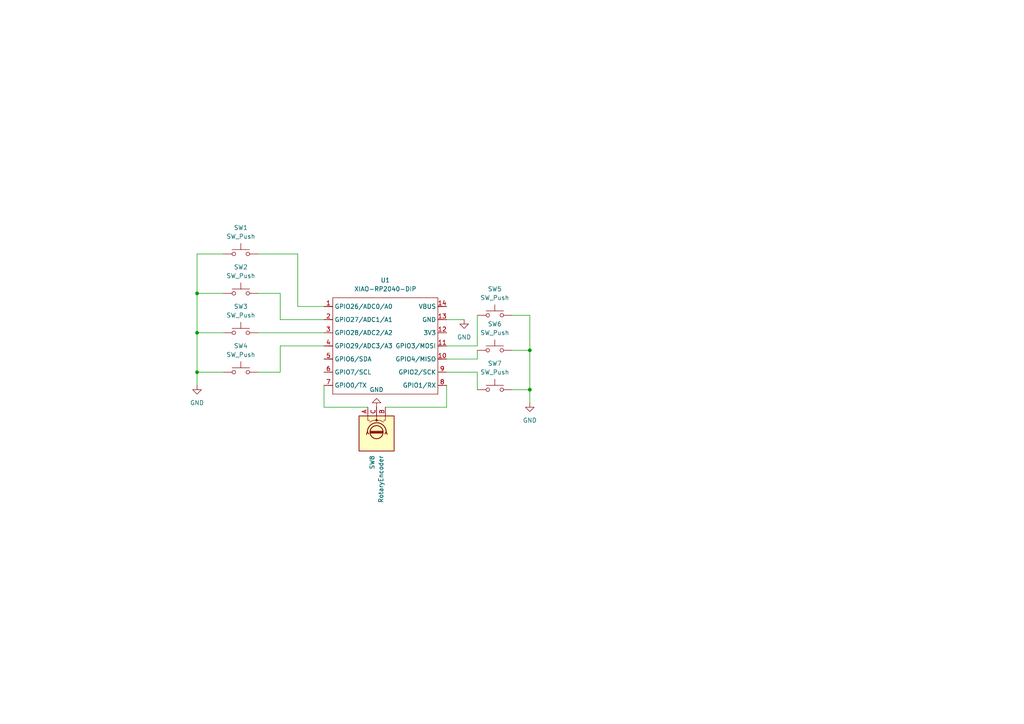
<source format=kicad_sch>
(kicad_sch (version 20250114) (generator "eeschema") (generator_version "9.0")
  (paper "A4")
  (lib_symbols
    (symbol "Device:RotaryEncoder" (pin_names (offset 0.254) (hide yes))
      (property "Reference" "SW" (at 0 6.604 0))
      (property "Value" "RotaryEncoder" (at 0 -6.604 0))
      (symbol "RotaryEncoder_0_1"
        (rectangle (start -5.08 5.08) (end 5.08 -5.08) (stroke (width 0.254)) (fill (type background)))
        (polyline (pts (xy -5.08 2.54) (xy -3.81 2.54) (xy -3.81 2.032)))
        (polyline (pts (xy -5.08 0) (xy -3.81 0) (xy -3.81 -1.016) (xy -3.302 -2.032)))
        (polyline (pts (xy -5.08 -2.54) (xy -3.81 -2.54) (xy -3.81 -2.032)))
        (polyline (pts (xy -4.318 0) (xy -3.81 0) (xy -3.81 1.016) (xy -3.302 2.032)))
        (circle (center -3.81 0) (radius 0.254) (fill (type outline)))
        (polyline (pts (xy -0.635 -1.778) (xy -0.635 1.778)) (stroke (width 0.254)))
        (circle (center -0.381 0) (radius 1.905) (stroke (width 0.254)))
        (polyline (pts (xy -0.381 -1.778) (xy -0.381 1.778)) (stroke (width 0.254)))
        (arc (start -0.381 -2.794) (mid -3.0988 -0.0635) (end -0.381 2.667) (stroke (width 0.254)))
        (polyline (pts (xy -0.127 1.778) (xy -0.127 -1.778)) (stroke (width 0.254)))
        (polyline (pts (xy 0.254 2.921) (xy -0.508 2.667) (xy 0.127 2.286)) (stroke (width 0.254)))
        (polyline (pts (xy 0.254 -3.048) (xy -0.508 -2.794) (xy 0.127 -2.413)) (stroke (width 0.254)))
      )
      (symbol "RotaryEncoder_1_1"
        (pin passive line (at -7.62 2.54 0) (length 2.54) (name "A") (number "A"))
        (pin passive line (at -7.62 0 0) (length 2.54) (name "C") (number "C"))
        (pin passive line (at -7.62 -2.54 0) (length 2.54) (name "B") (number "B"))
      )
    )
    (symbol "Seeed_Studio_XIAO_Series:XIAO-RP2040-DIP"
      (property "Reference" "U" (at 0 0 0))
      (property "Value" "XIAO-RP2040-DIP" (at 5.334 -1.778 0))
      (symbol "XIAO-RP2040-DIP_1_0"
        (polyline (pts (xy -1.27 -2.54) (xy 29.21 -2.54)) (stroke (width 0.1524)))
        (polyline (pts (xy -1.27 -5.08) (xy -2.54 -5.08)) (stroke (width 0.1524)))
        (polyline (pts (xy -1.27 -5.08) (xy -1.27 -2.54)) (stroke (width 0.1524)))
        (polyline (pts (xy -1.27 -8.89) (xy -2.54 -8.89)) (stroke (width 0.1524)))
        (polyline (pts (xy -1.27 -8.89) (xy -1.27 -5.08)) (stroke (width 0.1524)))
        (polyline (pts (xy -1.27 -12.7) (xy -2.54 -12.7)) (stroke (width 0.1524)))
        (polyline (pts (xy -1.27 -12.7) (xy -1.27 -8.89)) (stroke (width 0.1524)))
        (polyline (pts (xy -1.27 -16.51) (xy -2.54 -16.51)) (stroke (width 0.1524)))
        (polyline (pts (xy -1.27 -16.51) (xy -1.27 -12.7)) (stroke (width 0.1524)))
        (polyline (pts (xy -1.27 -20.32) (xy -2.54 -20.32)) (stroke (width 0.1524)))
        (polyline (pts (xy -1.27 -24.13) (xy -2.54 -24.13)) (stroke (width 0.1524)))
        (polyline (pts (xy -1.27 -27.94) (xy -2.54 -27.94)) (stroke (width 0.1524)))
        (polyline (pts (xy -1.27 -30.48) (xy -1.27 -16.51)) (stroke (width 0.1524)))
        (polyline (pts (xy 29.21 -2.54) (xy 29.21 -5.08)) (stroke (width 0.1524)))
        (polyline (pts (xy 29.21 -5.08) (xy 29.21 -8.89)) (stroke (width 0.1524)))
        (polyline (pts (xy 29.21 -8.89) (xy 29.21 -12.7)) (stroke (width 0.1524)))
        (polyline (pts (xy 29.21 -12.7) (xy 29.21 -30.48)) (stroke (width 0.1524)))
        (polyline (pts (xy 29.21 -30.48) (xy -1.27 -30.48)) (stroke (width 0.1524)))
        (polyline (pts (xy 30.48 -5.08) (xy 29.21 -5.08)) (stroke (width 0.1524)))
        (polyline (pts (xy 30.48 -8.89) (xy 29.21 -8.89)) (stroke (width 0.1524)))
        (polyline (pts (xy 30.48 -12.7) (xy 29.21 -12.7)) (stroke (width 0.1524)))
        (polyline (pts (xy 30.48 -16.51) (xy 29.21 -16.51)) (stroke (width 0.1524)))
        (polyline (pts (xy 30.48 -20.32) (xy 29.21 -20.32)) (stroke (width 0.1524)))
        (polyline (pts (xy 30.48 -24.13) (xy 29.21 -24.13)) (stroke (width 0.1524)))
        (polyline (pts (xy 30.48 -27.94) (xy 29.21 -27.94)) (stroke (width 0.1524)))
        (pin passive line (at -3.81 -5.08 0) (length 2.54) (name "GPIO26/ADC0/A0") (number "1"))
        (pin passive line (at -3.81 -8.89 0) (length 2.54) (name "GPIO27/ADC1/A1") (number "2"))
        (pin passive line (at -3.81 -12.7 0) (length 2.54) (name "GPIO28/ADC2/A2") (number "3"))
        (pin passive line (at -3.81 -16.51 0) (length 2.54) (name "GPIO29/ADC3/A3") (number "4"))
        (pin passive line (at -3.81 -20.32 0) (length 2.54) (name "GPIO6/SDA") (number "5"))
        (pin passive line (at -3.81 -24.13 0) (length 2.54) (name "GPIO7/SCL") (number "6"))
        (pin passive line (at -3.81 -27.94 0) (length 2.54) (name "GPIO0/TX") (number "7"))
        (pin passive line (at 31.75 -5.08 180) (length 2.54) (name "VBUS") (number "14"))
        (pin passive line (at 31.75 -8.89 180) (length 2.54) (name "GND") (number "13"))
        (pin passive line (at 31.75 -12.7 180) (length 2.54) (name "3V3") (number "12"))
        (pin passive line (at 31.75 -16.51 180) (length 2.54) (name "GPIO3/MOSI") (number "11"))
        (pin passive line (at 31.75 -20.32 180) (length 2.54) (name "GPIO4/MISO") (number "10"))
        (pin passive line (at 31.75 -24.13 180) (length 2.54) (name "GPIO2/SCK") (number "9"))
        (pin passive line (at 31.75 -27.94 180) (length 2.54) (name "GPIO1/RX") (number "8"))
      )
    )
    (symbol "Switch:SW_Push" (pin_numbers (hide yes)) (pin_names (offset 1.016) (hide yes))
      (property "Reference" "SW" (at 1.27 2.54 0))
      (property "Value" "SW_Push" (at 0 -1.524 0))
      (symbol "SW_Push_0_1"
        (circle (center -2.032 0) (radius 0.508))
        (polyline (pts (xy 0 1.27) (xy 0 3.048)))
        (circle (center 2.032 0) (radius 0.508))
        (polyline (pts (xy 2.54 1.27) (xy -2.54 1.27)))
        (pin passive line (at -5.08 0 0) (length 2.54) (name "1") (number "1"))
        (pin passive line (at 5.08 0 180) (length 2.54) (name "2") (number "2"))
      )
    )
    (symbol "power:GND" (power) (pin_numbers (hide yes)) (pin_names (offset 0) (hide yes))
      (property "Value" "GND" (at 0 -3.81 0))
      (symbol "GND_0_1"
        (polyline (pts (xy 0 0) (xy 0 -1.27) (xy 1.27 -1.27) (xy 0 -2.54) (xy -1.27 -1.27) (xy 0 -1.27)))
      )
      (symbol "GND_1_1"
        (pin power_in line (at 0 0 270) (length 0) (name "~") (number "1"))
      )
    )
  )
  (junction (at 57.15 96.52))
  (junction (at 153.67 113.03))
  (junction (at 57.15 107.95))
  (junction (at 153.67 101.6))
  (junction (at 57.15 85.09))
  (wire (pts (xy 111.76 118.11) (xy 129.54 118.11)))
  (wire (pts (xy 129.54 104.14) (xy 138.43 104.14)))
  (wire (pts (xy 138.43 91.44) (xy 138.43 100.33)))
  (wire (pts (xy 153.67 113.03) (xy 153.67 116.84)))
  (wire (pts (xy 81.28 85.09) (xy 81.28 92.71)))
  (wire (pts (xy 81.28 107.95) (xy 74.93 107.95)))
  (wire (pts (xy 74.93 73.66) (xy 86.36 73.66)))
  (wire (pts (xy 138.43 100.33) (xy 129.54 100.33)))
  (wire (pts (xy 153.67 101.6) (xy 153.67 113.03)))
  (wire (pts (xy 106.68 118.11) (xy 93.98 118.11)))
  (wire (pts (xy 153.67 91.44) (xy 153.67 101.6)))
  (wire (pts (xy 74.93 96.52) (xy 93.98 96.52)))
  (wire (pts (xy 138.43 101.6) (xy 138.43 104.14)))
  (wire (pts (xy 153.67 91.44) (xy 148.59 91.44)))
  (wire (pts (xy 57.15 96.52) (xy 64.77 96.52)))
  (wire (pts (xy 81.28 85.09) (xy 74.93 85.09)))
  (wire (pts (xy 86.36 88.9) (xy 93.98 88.9)))
  (wire (pts (xy 129.54 92.71) (xy 134.62 92.71)))
  (wire (pts (xy 138.43 113.03) (xy 138.43 107.95)))
  (wire (pts (xy 57.15 73.66) (xy 57.15 85.09)))
  (wire (pts (xy 81.28 100.33) (xy 81.28 107.95)))
  (wire (pts (xy 148.59 101.6) (xy 153.67 101.6)))
  (wire (pts (xy 148.59 113.03) (xy 153.67 113.03)))
  (wire (pts (xy 81.28 92.71) (xy 93.98 92.71)))
  (wire (pts (xy 57.15 85.09) (xy 64.77 85.09)))
  (wire (pts (xy 57.15 96.52) (xy 57.15 107.95)))
  (wire (pts (xy 57.15 73.66) (xy 64.77 73.66)))
  (wire (pts (xy 57.15 107.95) (xy 64.77 107.95)))
  (wire (pts (xy 57.15 85.09) (xy 57.15 96.52)))
  (wire (pts (xy 86.36 73.66) (xy 86.36 88.9)))
  (wire (pts (xy 81.28 100.33) (xy 93.98 100.33)))
  (wire (pts (xy 57.15 107.95) (xy 57.15 111.76)))
  (wire (pts (xy 129.54 107.95) (xy 138.43 107.95)))
  (wire (pts (xy 93.98 118.11) (xy 93.98 111.76)))
  (wire (pts (xy 129.54 111.76) (xy 129.54 118.11)))
  (symbol (lib_id "Switch:SW_Push") (at 143.51 101.6 0) (unit 1)
    (property "Reference" "SW6" (at 143.51 93.98 0))
    (property "Value" "SW_Push" (at 143.51 96.52 0))
    (property "Description" "Push button switch, generic, two pins" (effects (hide yes)))
  )
  (symbol (lib_id "Switch:SW_Push") (at 69.85 107.95 0) (unit 1)
    (property "Reference" "SW4" (at 69.85 100.33 0))
    (property "Value" "SW_Push" (at 69.85 102.87 0))
    (property "Description" "Push button switch, generic, two pins" (effects (hide yes)))
  )
  (symbol (lib_id "Switch:SW_Push") (at 143.51 113.03 0) (unit 1)
    (property "Reference" "SW7" (at 143.51 105.41 0))
    (property "Value" "SW_Push" (at 143.51 107.95 0))
    (property "Description" "Push button switch, generic, two pins" (effects (hide yes)))
  )
  (symbol (lib_id "Switch:SW_Push") (at 69.85 85.09 0) (unit 1)
    (property "Reference" "SW2" (at 69.85 77.47 0))
    (property "Value" "SW_Push" (at 69.85 80.01 0))
    (property "Description" "Push button switch, generic, two pins" (effects (hide yes)))
  )
  (symbol (lib_id "power:GND") (at 153.67 116.84 0) (unit 1)
    (property "Reference" "#PWR04" (effects (hide yes)))
    (property "Value" "GND" (at 153.67 121.92 0))
    (property "Description" "Power symbol creates a global label with name \"GND\" , ground" (effects (hide yes)))
  )
  (symbol (lib_id "Switch:SW_Push") (at 69.85 73.66 0) (unit 1)
    (property "Reference" "SW1" (at 69.85 66.04 0))
    (property "Value" "SW_Push" (at 69.85 68.58 0))
    (property "Description" "Push button switch, generic, two pins" (effects (hide yes)))
  )
  (symbol (lib_id "power:GND") (at 109.22 118.11 180) (unit 1)
    (property "Reference" "#PWR01" (effects (hide yes)))
    (property "Value" "GND" (at 109.22 113.03 0))
    (property "Description" "Power symbol creates a global label with name \"GND\" , ground" (effects (hide yes)))
  )
  (symbol (lib_id "Device:RotaryEncoder") (at 109.22 125.73 90) (mirror x) (unit 1)
    (property "Reference" "SW8" (at 107.9499 132.08 0) (effects (justify left)))
    (property "Value" "RotaryEncoder" (at 110.4899 132.08 0) (effects (justify left)))
    (property "Description" "Rotary encoder, dual channel, incremental quadrate outputs" (effects (hide yes)))
  )
  (symbol (lib_id "Seeed_Studio_XIAO_Series:XIAO-RP2040-DIP") (at 97.79 83.82 0) (unit 1)
    (property "Reference" "U1" (at 111.76 81.28 0))
    (property "Value" "XIAO-RP2040-DIP" (at 111.76 83.82 0))
    (property "Footprint" "Module:MOUDLE14P-XIAO-DIP-SMD" (effects (hide yes)))
  )
  (symbol (lib_id "Switch:SW_Push") (at 69.85 96.52 0) (unit 1)
    (property "Reference" "SW3" (at 69.85 88.9 0))
    (property "Value" "SW_Push" (at 69.85 91.44 0))
    (property "Description" "Push button switch, generic, two pins" (effects (hide yes)))
  )
  (symbol (lib_id "power:GND") (at 57.15 111.76 0) (unit 1)
    (property "Reference" "#PWR03" (effects (hide yes)))
    (property "Value" "GND" (at 57.15 116.84 0))
    (property "Description" "Power symbol creates a global label with name \"GND\" , ground" (effects (hide yes)))
  )
  (symbol (lib_id "power:GND") (at 134.62 92.71 0) (unit 1)
    (property "Reference" "#PWR02" (effects (hide yes)))
    (property "Value" "GND" (at 134.62 97.79 0))
    (property "Description" "Power symbol creates a global label with name \"GND\" , ground" (effects (hide yes)))
  )
  (symbol (lib_id "Switch:SW_Push") (at 143.51 91.44 0) (unit 1)
    (property "Reference" "SW5" (at 143.51 83.82 0))
    (property "Value" "SW_Push" (at 143.51 86.36 0))
    (property "Description" "Push button switch, generic, two pins" (effects (hide yes)))
  )
)
</source>
